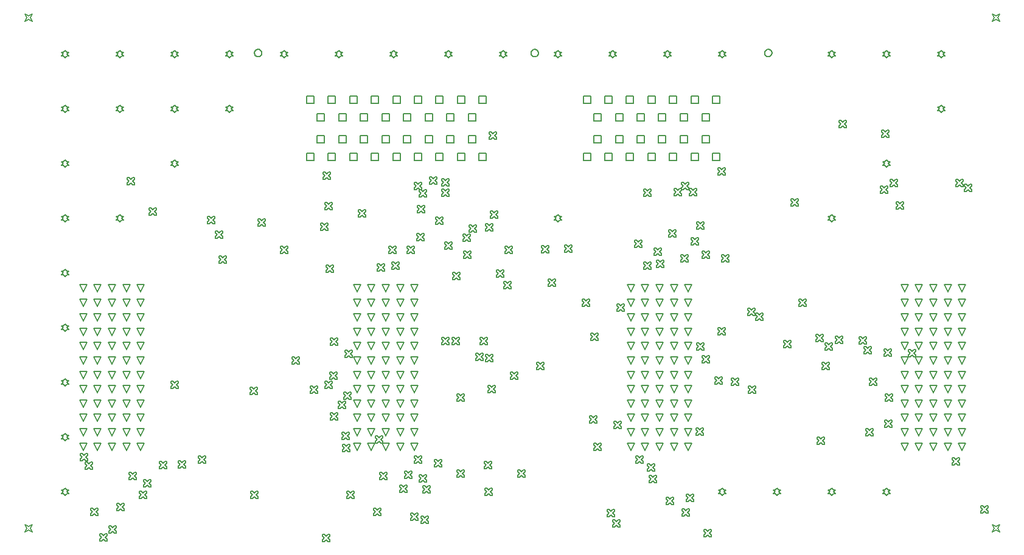
<source format=gbr>
%FSTAX23Y23*%
%MOIN*%
%SFA1B1*%

%IPPOS*%
%ADD11C,0.005000*%
%ADD33C,0.006670*%
%LNbackplane_drawing_1-1*%
%LPD*%
G54D11*
X03848Y0243D02*
Y0247D01*
X03888*
Y0243*
X03848*
X0373D02*
Y0247D01*
X0377*
Y0243*
X0373*
X03611D02*
Y0247D01*
X03651*
Y0243*
X03611*
X03493D02*
Y0247D01*
X03533*
Y0243*
X03493*
X03375D02*
Y0247D01*
X03415*
Y0243*
X03375*
X03257D02*
Y0247D01*
X03297*
Y0243*
X03257*
X03139D02*
Y0247D01*
X03179*
Y0243*
X03139*
X03789Y02331D02*
Y02371D01*
X03829*
Y02331*
X03789*
X0367D02*
Y02371D01*
X0371*
Y02331*
X0367*
X03552D02*
Y02371D01*
X03592*
Y02331*
X03552*
X03434D02*
Y02371D01*
X03474*
Y02331*
X03434*
X03316D02*
Y02371D01*
X03356*
Y02331*
X03316*
X03198D02*
Y02371D01*
X03238*
Y02331*
X03198*
X03789Y02213D02*
Y02253D01*
X03829*
Y02213*
X03789*
X0367D02*
Y02253D01*
X0371*
Y02213*
X0367*
X03552D02*
Y02253D01*
X03592*
Y02213*
X03552*
X03434D02*
Y02253D01*
X03474*
Y02213*
X03434*
X03316D02*
Y02253D01*
X03356*
Y02213*
X03316*
X03198D02*
Y02253D01*
X03238*
Y02213*
X03198*
X03848Y02115D02*
Y02155D01*
X03888*
Y02115*
X03848*
X0373D02*
Y02155D01*
X0377*
Y02115*
X0373*
X03611D02*
Y02155D01*
X03651*
Y02115*
X03611*
X03493D02*
Y02155D01*
X03533*
Y02115*
X03493*
X03375D02*
Y02155D01*
X03415*
Y02115*
X03375*
X03257D02*
Y02155D01*
X03297*
Y02115*
X03257*
X03139D02*
Y02155D01*
X03179*
Y02115*
X03139*
X02568Y0243D02*
Y0247D01*
X02608*
Y0243*
X02568*
X0245D02*
Y0247D01*
X0249*
Y0243*
X0245*
X02332D02*
Y0247D01*
X02372*
Y0243*
X02332*
X02214D02*
Y0247D01*
X02254*
Y0243*
X02214*
X02096D02*
Y0247D01*
X02136*
Y0243*
X02096*
X01978D02*
Y0247D01*
X02018*
Y0243*
X01978*
X01859D02*
Y0247D01*
X01899*
Y0243*
X01859*
X01741D02*
Y0247D01*
X01781*
Y0243*
X01741*
X01623D02*
Y0247D01*
X01663*
Y0243*
X01623*
X02509Y02331D02*
Y02371D01*
X02549*
Y02331*
X02509*
X02391D02*
Y02371D01*
X02431*
Y02331*
X02391*
X02273D02*
Y02371D01*
X02313*
Y02331*
X02273*
X02155D02*
Y02371D01*
X02195*
Y02331*
X02155*
X02037D02*
Y02371D01*
X02077*
Y02331*
X02037*
X01918D02*
Y02371D01*
X01958*
Y02331*
X01918*
X018D02*
Y02371D01*
X0184*
Y02331*
X018*
X01682D02*
Y02371D01*
X01722*
Y02331*
X01682*
X02509Y02213D02*
Y02253D01*
X02549*
Y02213*
X02509*
X02391D02*
Y02253D01*
X02431*
Y02213*
X02391*
X02273D02*
Y02253D01*
X02313*
Y02213*
X02273*
X02155D02*
Y02253D01*
X02195*
Y02213*
X02155*
X02037D02*
Y02253D01*
X02077*
Y02213*
X02037*
X01918D02*
Y02253D01*
X01958*
Y02213*
X01918*
X018D02*
Y02253D01*
X0184*
Y02213*
X018*
X01682D02*
Y02253D01*
X01722*
Y02213*
X01682*
X02568Y02115D02*
Y02155D01*
X02608*
Y02115*
X02568*
X0245D02*
Y02155D01*
X0249*
Y02115*
X0245*
X02332D02*
Y02155D01*
X02372*
Y02115*
X02332*
X02214D02*
Y02155D01*
X02254*
Y02115*
X02214*
X02096D02*
Y02155D01*
X02136*
Y02115*
X02096*
X01978D02*
Y02155D01*
X02018*
Y02115*
X01978*
X01859D02*
Y02155D01*
X01899*
Y02115*
X01859*
X01741D02*
Y02155D01*
X01781*
Y02115*
X01741*
X01623D02*
Y02155D01*
X01663*
Y02115*
X01623*
X0008Y0288D02*
X0009Y029D01*
X0008Y0292*
X001Y0291*
X0012Y0292*
X0011Y029*
X0012Y0288*
X001Y0289*
X0008Y0288*
X0538Y0008D02*
X0539Y001D01*
X0538Y0012*
X054Y0011*
X0542Y0012*
X0541Y001*
X0542Y0008*
X054Y0009*
X0538Y0008*
Y0288D02*
X0539Y029D01*
X0538Y0292*
X054Y0291*
X0542Y0292*
X0541Y029*
X0542Y0288*
X054Y0289*
X0538Y0288*
X0008Y0008D02*
X0009Y001D01*
X0008Y0012*
X001Y0011*
X0012Y0012*
X0011Y001*
X0012Y0008*
X001Y0009*
X0008Y0008*
X00557Y00525D02*
X00537Y00565D01*
X00577*
X00557Y00525*
Y00605D02*
X00537Y00645D01*
X00577*
X00557Y00605*
Y00684D02*
X00537Y00724D01*
X00577*
X00557Y00684*
Y00762D02*
X00537Y00802D01*
X00577*
X00557Y00762*
Y00842D02*
X00537Y00882D01*
X00577*
X00557Y00842*
Y0092D02*
X00537Y0096D01*
X00577*
X00557Y0092*
Y01D02*
X00537Y0104D01*
X00577*
X00557Y01*
Y01079D02*
X00537Y01119D01*
X00577*
X00557Y01079*
Y01157D02*
X00537Y01197D01*
X00577*
X00557Y01157*
Y01237D02*
X00537Y01277D01*
X00577*
X00557Y01237*
Y01315D02*
X00537Y01355D01*
X00577*
X00557Y01315*
X00478Y00525D02*
X00458Y00565D01*
X00498*
X00478Y00525*
Y00605D02*
X00458Y00645D01*
X00498*
X00478Y00605*
Y00684D02*
X00458Y00724D01*
X00498*
X00478Y00684*
Y00762D02*
X00458Y00802D01*
X00498*
X00478Y00762*
Y00842D02*
X00458Y00882D01*
X00498*
X00478Y00842*
Y0092D02*
X00458Y0096D01*
X00498*
X00478Y0092*
Y01D02*
X00458Y0104D01*
X00498*
X00478Y01*
Y01079D02*
X00458Y01119D01*
X00498*
X00478Y01079*
Y01157D02*
X00458Y01197D01*
X00498*
X00478Y01157*
Y01237D02*
X00458Y01277D01*
X00498*
X00478Y01237*
Y01315D02*
X00458Y01355D01*
X00498*
X00478Y01315*
Y01395D02*
X00458Y01435D01*
X00498*
X00478Y01395*
X004Y00525D02*
X0038Y00565D01*
X0042*
X004Y00525*
Y00605D02*
X0038Y00645D01*
X0042*
X004Y00605*
Y00684D02*
X0038Y00724D01*
X0042*
X004Y00684*
Y00762D02*
X0038Y00802D01*
X0042*
X004Y00762*
Y00842D02*
X0038Y00882D01*
X0042*
X004Y00842*
Y0092D02*
X0038Y0096D01*
X0042*
X004Y0092*
Y01D02*
X0038Y0104D01*
X0042*
X004Y01*
Y01079D02*
X0038Y01119D01*
X0042*
X004Y01079*
Y01157D02*
X0038Y01197D01*
X0042*
X004Y01157*
Y01237D02*
X0038Y01277D01*
X0042*
X004Y01237*
Y01315D02*
X0038Y01355D01*
X0042*
X004Y01315*
Y01395D02*
X0038Y01435D01*
X0042*
X004Y01395*
X00557D02*
X00537Y01435D01*
X00577*
X00557Y01395*
X00636D02*
X00616Y01435D01*
X00656*
X00636Y01395*
Y0092D02*
X00616Y0096D01*
X00656*
X00636Y0092*
Y00842D02*
X00616Y00882D01*
X00656*
X00636Y00842*
Y00762D02*
X00616Y00802D01*
X00656*
X00636Y00762*
Y00684D02*
X00616Y00724D01*
X00656*
X00636Y00684*
Y00605D02*
X00616Y00645D01*
X00656*
X00636Y00605*
Y00525D02*
X00616Y00565D01*
X00656*
X00636Y00525*
Y01D02*
X00616Y0104D01*
X00656*
X00636Y01*
Y01079D02*
X00616Y01119D01*
X00656*
X00636Y01079*
Y01157D02*
X00616Y01197D01*
X00656*
X00636Y01157*
Y01237D02*
X00616Y01277D01*
X00656*
X00636Y01237*
Y01315D02*
X00616Y01355D01*
X00656*
X00636Y01315*
X00714Y01395D02*
X00694Y01435D01*
X00734*
X00714Y01395*
Y0092D02*
X00694Y0096D01*
X00734*
X00714Y0092*
Y00842D02*
X00694Y00882D01*
X00734*
X00714Y00842*
Y00762D02*
X00694Y00802D01*
X00734*
X00714Y00762*
Y00684D02*
X00694Y00724D01*
X00734*
X00714Y00684*
Y00605D02*
X00694Y00645D01*
X00734*
X00714Y00605*
Y00525D02*
X00694Y00565D01*
X00734*
X00714Y00525*
Y01D02*
X00694Y0104D01*
X00734*
X00714Y01*
Y01079D02*
X00694Y01119D01*
X00734*
X00714Y01079*
Y01157D02*
X00694Y01197D01*
X00734*
X00714Y01157*
Y01237D02*
X00694Y01277D01*
X00734*
X00714Y01237*
Y01315D02*
X00694Y01355D01*
X00734*
X00714Y01315*
X049Y01395D02*
X0488Y01435D01*
X0492*
X049Y01395*
Y01315D02*
X0488Y01355D01*
X0492*
X049Y01315*
Y01237D02*
X0488Y01277D01*
X0492*
X049Y01237*
Y01157D02*
X0488Y01197D01*
X0492*
X049Y01157*
Y01079D02*
X0488Y01119D01*
X0492*
X049Y01079*
Y01D02*
X0488Y0104D01*
X0492*
X049Y01*
Y0092D02*
X0488Y0096D01*
X0492*
X049Y0092*
Y00842D02*
X0488Y00882D01*
X0492*
X049Y00842*
Y00762D02*
X0488Y00802D01*
X0492*
X049Y00762*
Y00684D02*
X0488Y00724D01*
X0492*
X049Y00684*
X04978Y01395D02*
X04958Y01435D01*
X04998*
X04978Y01395*
Y01315D02*
X04958Y01355D01*
X04998*
X04978Y01315*
Y01237D02*
X04958Y01277D01*
X04998*
X04978Y01237*
Y01157D02*
X04958Y01197D01*
X04998*
X04978Y01157*
Y01079D02*
X04958Y01119D01*
X04998*
X04978Y01079*
Y01D02*
X04958Y0104D01*
X04998*
X04978Y01*
Y0092D02*
X04958Y0096D01*
X04998*
X04978Y0092*
Y00842D02*
X04958Y00882D01*
X04998*
X04978Y00842*
Y00762D02*
X04958Y00802D01*
X04998*
X04978Y00762*
Y00684D02*
X04958Y00724D01*
X04998*
X04978Y00684*
X05057Y01395D02*
X05037Y01435D01*
X05077*
X05057Y01395*
Y01315D02*
X05037Y01355D01*
X05077*
X05057Y01315*
Y01237D02*
X05037Y01277D01*
X05077*
X05057Y01237*
Y01157D02*
X05037Y01197D01*
X05077*
X05057Y01157*
Y01079D02*
X05037Y01119D01*
X05077*
X05057Y01079*
Y01D02*
X05037Y0104D01*
X05077*
X05057Y01*
Y0092D02*
X05037Y0096D01*
X05077*
X05057Y0092*
Y00842D02*
X05037Y00882D01*
X05077*
X05057Y00842*
Y00762D02*
X05037Y00802D01*
X05077*
X05057Y00762*
Y00684D02*
X05037Y00724D01*
X05077*
X05057Y00684*
Y00605D02*
X05037Y00645D01*
X05077*
X05057Y00605*
X05136Y01395D02*
X05116Y01435D01*
X05156*
X05136Y01395*
Y01315D02*
X05116Y01355D01*
X05156*
X05136Y01315*
Y01237D02*
X05116Y01277D01*
X05156*
X05136Y01237*
Y01157D02*
X05116Y01197D01*
X05156*
X05136Y01157*
Y01079D02*
X05116Y01119D01*
X05156*
X05136Y01079*
Y01D02*
X05116Y0104D01*
X05156*
X05136Y01*
Y00684D02*
X05116Y00724D01*
X05156*
X05136Y00684*
Y00605D02*
X05116Y00645D01*
X05156*
X05136Y00605*
Y00525D02*
X05116Y00565D01*
X05156*
X05136Y00525*
X05214Y01395D02*
X05194Y01435D01*
X05234*
X05214Y01395*
Y01315D02*
X05194Y01355D01*
X05234*
X05214Y01315*
Y01237D02*
X05194Y01277D01*
X05234*
X05214Y01237*
Y01157D02*
X05194Y01197D01*
X05234*
X05214Y01157*
Y01079D02*
X05194Y01119D01*
X05234*
X05214Y01079*
Y01D02*
X05194Y0104D01*
X05234*
X05214Y01*
Y0092D02*
X05194Y0096D01*
X05234*
X05214Y0092*
Y00842D02*
X05194Y00882D01*
X05234*
X05214Y00842*
Y00525D02*
X05194Y00565D01*
X05234*
X05214Y00525*
Y00605D02*
X05194Y00645D01*
X05234*
X05214Y00605*
Y00684D02*
X05194Y00724D01*
X05234*
X05214Y00684*
Y00762D02*
X05194Y00802D01*
X05234*
X05214Y00762*
X05136D02*
X05116Y00802D01*
X05156*
X05136Y00762*
Y00842D02*
X05116Y00882D01*
X05156*
X05136Y00842*
Y0092D02*
X05116Y0096D01*
X05156*
X05136Y0092*
X05057Y00525D02*
X05037Y00565D01*
X05077*
X05057Y00525*
X04978D02*
X04958Y00565D01*
X04998*
X04978Y00525*
Y00605D02*
X04958Y00645D01*
X04998*
X04978Y00605*
X049Y00525D02*
X0488Y00565D01*
X0492*
X049Y00525*
Y00605D02*
X0488Y00645D01*
X0492*
X049Y00605*
X019D02*
X0188Y00645D01*
X0192*
X019Y00605*
Y00525D02*
X0188Y00565D01*
X0192*
X019Y00525*
X01978Y00605D02*
X01958Y00645D01*
X01998*
X01978Y00605*
Y00525D02*
X01958Y00565D01*
X01998*
X01978Y00525*
X02057D02*
X02037Y00565D01*
X02077*
X02057Y00525*
X02136Y0092D02*
X02116Y0096D01*
X02156*
X02136Y0092*
Y00842D02*
X02116Y00882D01*
X02156*
X02136Y00842*
Y00762D02*
X02116Y00802D01*
X02156*
X02136Y00762*
X02214D02*
X02194Y00802D01*
X02234*
X02214Y00762*
Y00684D02*
X02194Y00724D01*
X02234*
X02214Y00684*
Y00605D02*
X02194Y00645D01*
X02234*
X02214Y00605*
Y00525D02*
X02194Y00565D01*
X02234*
X02214Y00525*
Y00842D02*
X02194Y00882D01*
X02234*
X02214Y00842*
Y0092D02*
X02194Y0096D01*
X02234*
X02214Y0092*
Y01D02*
X02194Y0104D01*
X02234*
X02214Y01*
Y01079D02*
X02194Y01119D01*
X02234*
X02214Y01079*
Y01157D02*
X02194Y01197D01*
X02234*
X02214Y01157*
Y01237D02*
X02194Y01277D01*
X02234*
X02214Y01237*
Y01315D02*
X02194Y01355D01*
X02234*
X02214Y01315*
Y01395D02*
X02194Y01435D01*
X02234*
X02214Y01395*
X02136Y00525D02*
X02116Y00565D01*
X02156*
X02136Y00525*
Y00605D02*
X02116Y00645D01*
X02156*
X02136Y00605*
Y00684D02*
X02116Y00724D01*
X02156*
X02136Y00684*
Y01D02*
X02116Y0104D01*
X02156*
X02136Y01*
Y01079D02*
X02116Y01119D01*
X02156*
X02136Y01079*
Y01157D02*
X02116Y01197D01*
X02156*
X02136Y01157*
Y01237D02*
X02116Y01277D01*
X02156*
X02136Y01237*
Y01315D02*
X02116Y01355D01*
X02156*
X02136Y01315*
Y01395D02*
X02116Y01435D01*
X02156*
X02136Y01395*
X02057Y00605D02*
X02037Y00645D01*
X02077*
X02057Y00605*
Y00684D02*
X02037Y00724D01*
X02077*
X02057Y00684*
Y00762D02*
X02037Y00802D01*
X02077*
X02057Y00762*
Y00842D02*
X02037Y00882D01*
X02077*
X02057Y00842*
Y0092D02*
X02037Y0096D01*
X02077*
X02057Y0092*
Y01D02*
X02037Y0104D01*
X02077*
X02057Y01*
Y01079D02*
X02037Y01119D01*
X02077*
X02057Y01079*
Y01157D02*
X02037Y01197D01*
X02077*
X02057Y01157*
Y01237D02*
X02037Y01277D01*
X02077*
X02057Y01237*
Y01315D02*
X02037Y01355D01*
X02077*
X02057Y01315*
Y01395D02*
X02037Y01435D01*
X02077*
X02057Y01395*
X01978Y00684D02*
X01958Y00724D01*
X01998*
X01978Y00684*
Y00762D02*
X01958Y00802D01*
X01998*
X01978Y00762*
Y00842D02*
X01958Y00882D01*
X01998*
X01978Y00842*
Y0092D02*
X01958Y0096D01*
X01998*
X01978Y0092*
Y01D02*
X01958Y0104D01*
X01998*
X01978Y01*
Y01079D02*
X01958Y01119D01*
X01998*
X01978Y01079*
Y01157D02*
X01958Y01197D01*
X01998*
X01978Y01157*
Y01237D02*
X01958Y01277D01*
X01998*
X01978Y01237*
Y01315D02*
X01958Y01355D01*
X01998*
X01978Y01315*
Y01395D02*
X01958Y01435D01*
X01998*
X01978Y01395*
X019Y00684D02*
X0188Y00724D01*
X0192*
X019Y00684*
Y00762D02*
X0188Y00802D01*
X0192*
X019Y00762*
Y00842D02*
X0188Y00882D01*
X0192*
X019Y00842*
Y0092D02*
X0188Y0096D01*
X0192*
X019Y0092*
Y01D02*
X0188Y0104D01*
X0192*
X019Y01*
Y01079D02*
X0188Y01119D01*
X0192*
X019Y01079*
Y01157D02*
X0188Y01197D01*
X0192*
X019Y01157*
Y01237D02*
X0188Y01277D01*
X0192*
X019Y01237*
Y01315D02*
X0188Y01355D01*
X0192*
X019Y01315*
Y01395D02*
X0188Y01435D01*
X0192*
X019Y01395*
X034D02*
X0338Y01435D01*
X0342*
X034Y01395*
Y01315D02*
X0338Y01355D01*
X0342*
X034Y01315*
Y01237D02*
X0338Y01277D01*
X0342*
X034Y01237*
Y01157D02*
X0338Y01197D01*
X0342*
X034Y01157*
Y01079D02*
X0338Y01119D01*
X0342*
X034Y01079*
Y01D02*
X0338Y0104D01*
X0342*
X034Y01*
Y0092D02*
X0338Y0096D01*
X0342*
X034Y0092*
Y00842D02*
X0338Y00882D01*
X0342*
X034Y00842*
Y00762D02*
X0338Y00802D01*
X0342*
X034Y00762*
Y00684D02*
X0338Y00724D01*
X0342*
X034Y00684*
X03478Y01395D02*
X03458Y01435D01*
X03498*
X03478Y01395*
Y01315D02*
X03458Y01355D01*
X03498*
X03478Y01315*
Y01237D02*
X03458Y01277D01*
X03498*
X03478Y01237*
Y01157D02*
X03458Y01197D01*
X03498*
X03478Y01157*
Y01079D02*
X03458Y01119D01*
X03498*
X03478Y01079*
Y01D02*
X03458Y0104D01*
X03498*
X03478Y01*
Y0092D02*
X03458Y0096D01*
X03498*
X03478Y0092*
Y00842D02*
X03458Y00882D01*
X03498*
X03478Y00842*
Y00762D02*
X03458Y00802D01*
X03498*
X03478Y00762*
Y00684D02*
X03458Y00724D01*
X03498*
X03478Y00684*
X03557Y01395D02*
X03537Y01435D01*
X03577*
X03557Y01395*
Y01315D02*
X03537Y01355D01*
X03577*
X03557Y01315*
Y01237D02*
X03537Y01277D01*
X03577*
X03557Y01237*
Y01157D02*
X03537Y01197D01*
X03577*
X03557Y01157*
Y01079D02*
X03537Y01119D01*
X03577*
X03557Y01079*
Y01D02*
X03537Y0104D01*
X03577*
X03557Y01*
Y0092D02*
X03537Y0096D01*
X03577*
X03557Y0092*
Y00842D02*
X03537Y00882D01*
X03577*
X03557Y00842*
Y00762D02*
X03537Y00802D01*
X03577*
X03557Y00762*
Y00684D02*
X03537Y00724D01*
X03577*
X03557Y00684*
Y00605D02*
X03537Y00645D01*
X03577*
X03557Y00605*
X03636Y01395D02*
X03616Y01435D01*
X03656*
X03636Y01395*
Y01315D02*
X03616Y01355D01*
X03656*
X03636Y01315*
Y01237D02*
X03616Y01277D01*
X03656*
X03636Y01237*
Y01157D02*
X03616Y01197D01*
X03656*
X03636Y01157*
Y01079D02*
X03616Y01119D01*
X03656*
X03636Y01079*
Y01D02*
X03616Y0104D01*
X03656*
X03636Y01*
Y00684D02*
X03616Y00724D01*
X03656*
X03636Y00684*
Y00605D02*
X03616Y00645D01*
X03656*
X03636Y00605*
Y00525D02*
X03616Y00565D01*
X03656*
X03636Y00525*
X03714Y01395D02*
X03694Y01435D01*
X03734*
X03714Y01395*
Y01315D02*
X03694Y01355D01*
X03734*
X03714Y01315*
Y01237D02*
X03694Y01277D01*
X03734*
X03714Y01237*
Y01157D02*
X03694Y01197D01*
X03734*
X03714Y01157*
Y01079D02*
X03694Y01119D01*
X03734*
X03714Y01079*
Y01D02*
X03694Y0104D01*
X03734*
X03714Y01*
Y0092D02*
X03694Y0096D01*
X03734*
X03714Y0092*
Y00842D02*
X03694Y00882D01*
X03734*
X03714Y00842*
Y00525D02*
X03694Y00565D01*
X03734*
X03714Y00525*
Y00605D02*
X03694Y00645D01*
X03734*
X03714Y00605*
Y00684D02*
X03694Y00724D01*
X03734*
X03714Y00684*
Y00762D02*
X03694Y00802D01*
X03734*
X03714Y00762*
X03636D02*
X03616Y00802D01*
X03656*
X03636Y00762*
Y00842D02*
X03616Y00882D01*
X03656*
X03636Y00842*
Y0092D02*
X03616Y0096D01*
X03656*
X03636Y0092*
X03557Y00525D02*
X03537Y00565D01*
X03577*
X03557Y00525*
X03478D02*
X03458Y00565D01*
X03498*
X03478Y00525*
Y00605D02*
X03458Y00645D01*
X03498*
X03478Y00605*
X034Y00525D02*
X0338Y00565D01*
X0342*
X034Y00525*
Y00605D02*
X0338Y00645D01*
X0342*
X034Y00605*
X051Y0268D02*
X0511Y0269D01*
X0512*
X0511Y027*
X0512Y0271*
X0511*
X051Y0272*
X0509Y0271*
X0508*
X0509Y027*
X0508Y0269*
X0509*
X051Y0268*
Y0238D02*
X0511Y0239D01*
X0512*
X0511Y024*
X0512Y0241*
X0511*
X051Y0242*
X0509Y0241*
X0508*
X0509Y024*
X0508Y0239*
X0509*
X051Y0238*
X048Y0268D02*
X0481Y0269D01*
X0482*
X0481Y027*
X0482Y0271*
X0481*
X048Y0272*
X0479Y0271*
X0478*
X0479Y027*
X0478Y0269*
X0479*
X048Y0268*
Y0208D02*
X0481Y0209D01*
X0482*
X0481Y021*
X0482Y0211*
X0481*
X048Y0212*
X0479Y0211*
X0478*
X0479Y021*
X0478Y0209*
X0479*
X048Y0208*
Y0028D02*
X0481Y0029D01*
X0482*
X0481Y003*
X0482Y0031*
X0481*
X048Y0032*
X0479Y0031*
X0478*
X0479Y003*
X0478Y0029*
X0479*
X048Y0028*
X045Y0268D02*
X0451Y0269D01*
X0452*
X0451Y027*
X0452Y0271*
X0451*
X045Y0272*
X0449Y0271*
X0448*
X0449Y027*
X0448Y0269*
X0449*
X045Y0268*
Y0178D02*
X0451Y0179D01*
X0452*
X0451Y018*
X0452Y0181*
X0451*
X045Y0182*
X0449Y0181*
X0448*
X0449Y018*
X0448Y0179*
X0449*
X045Y0178*
Y0028D02*
X0451Y0029D01*
X0452*
X0451Y003*
X0452Y0031*
X0451*
X045Y0032*
X0449Y0031*
X0448*
X0449Y003*
X0448Y0029*
X0449*
X045Y0028*
X042D02*
X0421Y0029D01*
X0422*
X0421Y003*
X0422Y0031*
X0421*
X042Y0032*
X0419Y0031*
X0418*
X0419Y003*
X0418Y0029*
X0419*
X042Y0028*
X039Y0268D02*
X0391Y0269D01*
X0392*
X0391Y027*
X0392Y0271*
X0391*
X039Y0272*
X0389Y0271*
X0388*
X0389Y027*
X0388Y0269*
X0389*
X039Y0268*
Y0028D02*
X0391Y0029D01*
X0392*
X0391Y003*
X0392Y0031*
X0391*
X039Y0032*
X0389Y0031*
X0388*
X0389Y003*
X0388Y0029*
X0389*
X039Y0028*
X036Y0268D02*
X0361Y0269D01*
X0362*
X0361Y027*
X0362Y0271*
X0361*
X036Y0272*
X0359Y0271*
X0358*
X0359Y027*
X0358Y0269*
X0359*
X036Y0268*
X033D02*
X0331Y0269D01*
X0332*
X0331Y027*
X0332Y0271*
X0331*
X033Y0272*
X0329Y0271*
X0328*
X0329Y027*
X0328Y0269*
X0329*
X033Y0268*
X03D02*
X0301Y0269D01*
X0302*
X0301Y027*
X0302Y0271*
X0301*
X03Y0272*
X0299Y0271*
X0298*
X0299Y027*
X0298Y0269*
X0299*
X03Y0268*
Y0178D02*
X0301Y0179D01*
X0302*
X0301Y018*
X0302Y0181*
X0301*
X03Y0182*
X0299Y0181*
X0298*
X0299Y018*
X0298Y0179*
X0299*
X03Y0178*
X027Y0268D02*
X0271Y0269D01*
X0272*
X0271Y027*
X0272Y0271*
X0271*
X027Y0272*
X0269Y0271*
X0268*
X0269Y027*
X0268Y0269*
X0269*
X027Y0268*
X024D02*
X0241Y0269D01*
X0242*
X0241Y027*
X0242Y0271*
X0241*
X024Y0272*
X0239Y0271*
X0238*
X0239Y027*
X0238Y0269*
X0239*
X024Y0268*
X021D02*
X0211Y0269D01*
X0212*
X0211Y027*
X0212Y0271*
X0211*
X021Y0272*
X0209Y0271*
X0208*
X0209Y027*
X0208Y0269*
X0209*
X021Y0268*
X018D02*
X0181Y0269D01*
X0182*
X0181Y027*
X0182Y0271*
X0181*
X018Y0272*
X0179Y0271*
X0178*
X0179Y027*
X0178Y0269*
X0179*
X018Y0268*
X015D02*
X0151Y0269D01*
X0152*
X0151Y027*
X0152Y0271*
X0151*
X015Y0272*
X0149Y0271*
X0148*
X0149Y027*
X0148Y0269*
X0149*
X015Y0268*
X012D02*
X0121Y0269D01*
X0122*
X0121Y027*
X0122Y0271*
X0121*
X012Y0272*
X0119Y0271*
X0118*
X0119Y027*
X0118Y0269*
X0119*
X012Y0268*
Y0238D02*
X0121Y0239D01*
X0122*
X0121Y024*
X0122Y0241*
X0121*
X012Y0242*
X0119Y0241*
X0118*
X0119Y024*
X0118Y0239*
X0119*
X012Y0238*
X009Y0268D02*
X0091Y0269D01*
X0092*
X0091Y027*
X0092Y0271*
X0091*
X009Y0272*
X0089Y0271*
X0088*
X0089Y027*
X0088Y0269*
X0089*
X009Y0268*
Y0238D02*
X0091Y0239D01*
X0092*
X0091Y024*
X0092Y0241*
X0091*
X009Y0242*
X0089Y0241*
X0088*
X0089Y024*
X0088Y0239*
X0089*
X009Y0238*
Y0208D02*
X0091Y0209D01*
X0092*
X0091Y021*
X0092Y0211*
X0091*
X009Y0212*
X0089Y0211*
X0088*
X0089Y021*
X0088Y0209*
X0089*
X009Y0208*
X006Y0268D02*
X0061Y0269D01*
X0062*
X0061Y027*
X0062Y0271*
X0061*
X006Y0272*
X0059Y0271*
X0058*
X0059Y027*
X0058Y0269*
X0059*
X006Y0268*
Y0238D02*
X0061Y0239D01*
X0062*
X0061Y024*
X0062Y0241*
X0061*
X006Y0242*
X0059Y0241*
X0058*
X0059Y024*
X0058Y0239*
X0059*
X006Y0238*
Y0178D02*
X0061Y0179D01*
X0062*
X0061Y018*
X0062Y0181*
X0061*
X006Y0182*
X0059Y0181*
X0058*
X0059Y018*
X0058Y0179*
X0059*
X006Y0178*
X003Y0268D02*
X0031Y0269D01*
X0032*
X0031Y027*
X0032Y0271*
X0031*
X003Y0272*
X0029Y0271*
X0028*
X0029Y027*
X0028Y0269*
X0029*
X003Y0268*
Y0238D02*
X0031Y0239D01*
X0032*
X0031Y024*
X0032Y0241*
X0031*
X003Y0242*
X0029Y0241*
X0028*
X0029Y024*
X0028Y0239*
X0029*
X003Y0238*
Y0208D02*
X0031Y0209D01*
X0032*
X0031Y021*
X0032Y0211*
X0031*
X003Y0212*
X0029Y0211*
X0028*
X0029Y021*
X0028Y0209*
X0029*
X003Y0208*
Y0178D02*
X0031Y0179D01*
X0032*
X0031Y018*
X0032Y0181*
X0031*
X003Y0182*
X0029Y0181*
X0028*
X0029Y018*
X0028Y0179*
X0029*
X003Y0178*
Y0148D02*
X0031Y0149D01*
X0032*
X0031Y015*
X0032Y0151*
X0031*
X003Y0152*
X0029Y0151*
X0028*
X0029Y015*
X0028Y0149*
X0029*
X003Y0148*
Y0118D02*
X0031Y0119D01*
X0032*
X0031Y012*
X0032Y0121*
X0031*
X003Y0122*
X0029Y0121*
X0028*
X0029Y012*
X0028Y0119*
X0029*
X003Y0118*
Y0088D02*
X0031Y0089D01*
X0032*
X0031Y009*
X0032Y0091*
X0031*
X003Y0092*
X0029Y0091*
X0028*
X0029Y009*
X0028Y0089*
X0029*
X003Y0088*
Y0058D02*
X0031Y0059D01*
X0032*
X0031Y006*
X0032Y0061*
X0031*
X003Y0062*
X0029Y0061*
X0028*
X0029Y006*
X0028Y0059*
X0029*
X003Y0058*
Y0028D02*
X0031Y0029D01*
X0032*
X0031Y003*
X0032Y0031*
X0031*
X003Y0032*
X0029Y0031*
X0028*
X0029Y003*
X0028Y0029*
X0029*
X003Y0028*
X00642Y01983D02*
X00652D01*
X00662Y01993*
X00672Y01983*
X00682*
Y01993*
X00672Y02003*
X00682Y02013*
Y02023*
X00672*
X00662Y02013*
X00652Y02023*
X00642*
Y02013*
X00652Y02003*
X00642Y01993*
Y01983*
X0492Y0104D02*
X0493D01*
X0494Y0105*
X0495Y0104*
X0496*
Y0105*
X0495Y0106*
X0496Y0107*
Y0108*
X0495*
X0494Y0107*
X0493Y0108*
X0492*
Y0107*
X0493Y0106*
X0492Y0105*
Y0104*
X03325Y0129D02*
X03335D01*
X03345Y013*
X03355Y0129*
X03365*
Y013*
X03355Y0131*
X03365Y0132*
Y0133*
X03355*
X03345Y0132*
X03335Y0133*
X03325*
Y0132*
X03335Y0131*
X03325Y013*
Y0129*
X01835Y01035D02*
X01845D01*
X01855Y01045*
X01865Y01035*
X01875*
Y01045*
X01865Y01055*
X01875Y01065*
Y01075*
X01865*
X01855Y01065*
X01845Y01075*
X01835*
Y01065*
X01845Y01055*
X01835Y01045*
Y01035*
X02Y00565D02*
X0201D01*
X0202Y00575*
X0203Y00565*
X0204*
Y00575*
X0203Y00585*
X0204Y00595*
Y00605*
X0203*
X0202Y00595*
X0201Y00605*
X02*
Y00595*
X0201Y00585*
X02Y00575*
Y00565*
X026Y0028D02*
X0261D01*
X0262Y0029*
X0263Y0028*
X0264*
Y0029*
X0263Y003*
X0264Y0031*
Y0032*
X0263*
X0262Y0031*
X0261Y0032*
X026*
Y0031*
X0261Y003*
X026Y0029*
Y0028*
X0182Y0052D02*
X0183D01*
X0184Y0053*
X0185Y0052*
X0186*
Y0053*
X0185Y0054*
X0186Y0055*
Y0056*
X0185*
X0184Y0055*
X0183Y0056*
X0182*
Y0055*
X0183Y0054*
X0182Y0053*
Y0052*
X02332Y01764D02*
X02342D01*
X02352Y01774*
X02362Y01764*
X02372*
Y01774*
X02362Y01784*
X02372Y01794*
Y01804*
X02362*
X02352Y01794*
X02342Y01804*
X02332*
Y01794*
X02342Y01784*
X02332Y01774*
Y01764*
X0223Y0183D02*
X0224D01*
X0225Y0184*
X0226Y0183*
X0227*
Y0184*
X0226Y0185*
X0227Y0186*
Y0187*
X0226*
X0225Y0186*
X0224Y0187*
X0223*
Y0186*
X0224Y0185*
X0223Y0184*
Y0183*
X0318Y0113D02*
X0319D01*
X032Y0114*
X0321Y0113*
X0322*
Y0114*
X0321Y0115*
X0322Y0116*
Y0117*
X0321*
X032Y0116*
X0319Y0117*
X0318*
Y0116*
X0319Y0115*
X0318Y0114*
Y0113*
X02616Y00842D02*
X02626D01*
X02636Y00852*
X02646Y00842*
X02656*
Y00852*
X02646Y00862*
X02656Y00872*
Y00882*
X02646*
X02636Y00872*
X02626Y00882*
X02616*
Y00872*
X02626Y00862*
X02616Y00852*
Y00842*
X0442Y00559D02*
X0443D01*
X0444Y00569*
X0445Y00559*
X0446*
Y00569*
X0445Y00579*
X0446Y00589*
Y00599*
X0445*
X0444Y00589*
X0443Y00599*
X0442*
Y00589*
X0443Y00579*
X0442Y00569*
Y00559*
X01754Y00692D02*
X01764D01*
X01774Y00702*
X01784Y00692*
X01794*
Y00702*
X01784Y00712*
X01794Y00722*
Y00732*
X01784*
X01774Y00722*
X01764Y00732*
X01754*
Y00722*
X01764Y00712*
X01754Y00702*
Y00692*
X02946Y01427D02*
X02956D01*
X02966Y01437*
X02976Y01427*
X02986*
Y01437*
X02976Y01447*
X02986Y01457*
Y01467*
X02976*
X02966Y01457*
X02956Y01467*
X02946*
Y01457*
X02956Y01447*
X02946Y01437*
Y01427*
X04789Y00651D02*
X04799D01*
X04809Y00661*
X04819Y00651*
X04829*
Y00661*
X04819Y00671*
X04829Y00681*
Y00691*
X04819*
X04809Y00681*
X04799Y00691*
X04789*
Y00681*
X04799Y00671*
X04789Y00661*
Y00651*
X03758Y0061D02*
X03768D01*
X03778Y0062*
X03788Y0061*
X03798*
Y0062*
X03788Y0063*
X03798Y0064*
Y0065*
X03788*
X03778Y0064*
X03768Y0065*
X03758*
Y0064*
X03768Y0063*
X03758Y0062*
Y0061*
X03898Y01558D02*
X03908D01*
X03918Y01568*
X03928Y01558*
X03938*
Y01568*
X03928Y01578*
X03938Y01588*
Y01598*
X03928*
X03918Y01588*
X03908Y01598*
X03898*
Y01588*
X03908Y01578*
X03898Y01568*
Y01558*
X0291Y01608D02*
X0292D01*
X0293Y01618*
X0294Y01608*
X0295*
Y01618*
X0294Y01628*
X0295Y01638*
Y01648*
X0294*
X0293Y01638*
X0292Y01648*
X0291*
Y01638*
X0292Y01628*
X0291Y01618*
Y01608*
X02885Y00968D02*
X02895D01*
X02905Y00978*
X02915Y00968*
X02925*
Y00978*
X02915Y00988*
X02925Y00998*
Y01008*
X02915*
X02905Y00998*
X02895Y01008*
X02885*
Y00998*
X02895Y00988*
X02885Y00978*
Y00968*
X03721Y01921D02*
X03731D01*
X03741Y01931*
X03751Y01921*
X03761*
Y01931*
X03751Y01941*
X03761Y01951*
Y01961*
X03751*
X03741Y01951*
X03731Y01961*
X03721*
Y01951*
X03731Y01941*
X03721Y01931*
Y01921*
X03637Y01922D02*
X03647D01*
X03657Y01932*
X03667Y01922*
X03677*
Y01932*
X03667Y01942*
X03677Y01952*
Y01962*
X03667*
X03657Y01952*
X03647Y01962*
X03637*
Y01952*
X03647Y01942*
X03637Y01932*
Y01922*
X01798Y00756D02*
X01808D01*
X01818Y00766*
X01828Y00756*
X01838*
Y00766*
X01828Y00776*
X01838Y00786*
Y00796*
X01828*
X01818Y00786*
X01808Y00796*
X01798*
Y00786*
X01808Y00776*
X01798Y00766*
Y00756*
X02665Y01474D02*
X02675D01*
X02685Y01484*
X02695Y01474*
X02705*
Y01484*
X02695Y01494*
X02705Y01504*
Y01514*
X02695*
X02685Y01504*
X02675Y01514*
X02665*
Y01504*
X02675Y01494*
X02665Y01484*
Y01474*
X01729Y01501D02*
X01739D01*
X01749Y01511*
X01759Y01501*
X01769*
Y01511*
X01759Y01521*
X01769Y01531*
Y01541*
X01759*
X01749Y01531*
X01739Y01541*
X01729*
Y01531*
X01739Y01521*
X01729Y01511*
Y01501*
X01645Y00839D02*
X01655D01*
X01665Y00849*
X01675Y00839*
X01685*
Y00849*
X01675Y00859*
X01685Y00869*
Y00879*
X01675*
X01665Y00869*
X01655Y00879*
X01645*
Y00869*
X01655Y00859*
X01645Y00849*
Y00839*
X05316Y00183D02*
X05326D01*
X05336Y00193*
X05346Y00183*
X05356*
Y00193*
X05346Y00203*
X05356Y00213*
Y00223*
X05346*
X05336Y00213*
X05326Y00223*
X05316*
Y00213*
X05326Y00203*
X05316Y00193*
Y00183*
X04821Y01973D02*
X04831D01*
X04841Y01983*
X04851Y01973*
X04861*
Y01983*
X04851Y01993*
X04861Y02003*
Y02013*
X04851*
X04841Y02003*
X04831Y02013*
X04821*
Y02003*
X04831Y01993*
X04821Y01983*
Y01973*
X01754Y01103D02*
X01764D01*
X01774Y01113*
X01784Y01103*
X01794*
Y01113*
X01784Y01123*
X01794Y01133*
Y01143*
X01784*
X01774Y01133*
X01764Y01143*
X01754*
Y01133*
X01764Y01123*
X01754Y01113*
Y01103*
X0076Y01816D02*
X0077D01*
X0078Y01826*
X0079Y01816*
X008*
Y01826*
X0079Y01836*
X008Y01846*
Y01856*
X0079*
X0078Y01846*
X0077Y01856*
X0076*
Y01846*
X0077Y01836*
X0076Y01826*
Y01816*
X02134Y00294D02*
X02144D01*
X02154Y00304*
X02164Y00294*
X02174*
Y00304*
X02164Y00314*
X02174Y00324*
Y00334*
X02164*
X02154Y00324*
X02144Y00334*
X02134*
Y00324*
X02144Y00314*
X02134Y00304*
Y00294*
X01031Y00455D02*
X01041D01*
X01051Y00465*
X01061Y00455*
X01071*
Y00465*
X01061Y00475*
X01071Y00485*
Y00495*
X01061*
X01051Y00485*
X01041Y00495*
X01031*
Y00485*
X01041Y00475*
X01031Y00465*
Y00455*
X0199Y00168D02*
X02D01*
X0201Y00178*
X0202Y00168*
X0203*
Y00178*
X0202Y00188*
X0203Y00198*
Y00208*
X0202*
X0201Y00198*
X02Y00208*
X0199*
Y00198*
X02Y00188*
X0199Y00178*
Y00168*
X00412Y00421D02*
X00422D01*
X00432Y00431*
X00442Y00421*
X00452*
Y00431*
X00442Y00441*
X00452Y00451*
Y00461*
X00442*
X00432Y00451*
X00422Y00461*
X00412*
Y00451*
X00422Y00441*
X00412Y00431*
Y00421*
X04708Y00881D02*
X04718D01*
X04728Y00891*
X04738Y00881*
X04748*
Y00891*
X04738Y00901*
X04748Y00911*
Y00921*
X04738*
X04728Y00911*
X04718Y00921*
X04708*
Y00911*
X04718Y00901*
X04708Y00891*
Y00881*
X03542Y0153D02*
X03552D01*
X03562Y0154*
X03572Y0153*
X03582*
Y0154*
X03572Y0155*
X03582Y0156*
Y0157*
X03572*
X03562Y0156*
X03552Y0157*
X03542*
Y0156*
X03552Y0155*
X03542Y0154*
Y0153*
X01124Y01688D02*
X01134D01*
X01144Y01698*
X01154Y01688*
X01164*
Y01698*
X01154Y01708*
X01164Y01718*
Y01728*
X01154*
X01144Y01718*
X01134Y01728*
X01124*
Y01718*
X01134Y01708*
X01124Y01698*
Y01688*
X02228Y01674D02*
X02238D01*
X02248Y01684*
X02258Y01674*
X02268*
Y01684*
X02258Y01694*
X02268Y01704*
Y01714*
X02258*
X02248Y01704*
X02238Y01714*
X02228*
Y01704*
X02238Y01694*
X02228Y01684*
Y01674*
X0263Y01799D02*
X0264D01*
X0265Y01809*
X0266Y01799*
X0267*
Y01809*
X0266Y01819*
X0267Y01829*
Y01839*
X0266*
X0265Y01829*
X0264Y01839*
X0263*
Y01829*
X0264Y01819*
X0263Y01809*
Y01799*
X02447Y00796D02*
X02457D01*
X02467Y00806*
X02477Y00796*
X02487*
Y00806*
X02477Y00816*
X02487Y00826*
Y00836*
X02477*
X02467Y00826*
X02457Y00836*
X02447*
Y00826*
X02457Y00816*
X02447Y00806*
Y00796*
X03174Y00676D02*
X03184D01*
X03194Y00686*
X03204Y00676*
X03214*
Y00686*
X03204Y00696*
X03214Y00706*
Y00716*
X03204*
X03194Y00706*
X03184Y00716*
X03174*
Y00706*
X03184Y00696*
X03174Y00686*
Y00676*
X01845Y00262D02*
X01855D01*
X01865Y00272*
X01875Y00262*
X01885*
Y00272*
X01875Y00282*
X01885Y00292*
Y00302*
X01875*
X01865Y00292*
X01855Y00302*
X01845*
Y00292*
X01855Y00282*
X01845Y00272*
Y00262*
X00708D02*
X00718D01*
X00728Y00272*
X00738Y00262*
X00748*
Y00272*
X00738Y00282*
X00748Y00292*
Y00302*
X00738*
X00728Y00292*
X00718Y00302*
X00708*
Y00292*
X00718Y00282*
X00708Y00272*
Y00262*
X01318D02*
X01328D01*
X01338Y00272*
X01348Y00262*
X01358*
Y00272*
X01348Y00282*
X01358Y00292*
Y00302*
X01348*
X01338Y00292*
X01328Y00302*
X01318*
Y00292*
X01328Y00282*
X01318Y00272*
Y00262*
X02598Y00426D02*
X02608D01*
X02618Y00436*
X02628Y00426*
X02638*
Y00436*
X02628Y00446*
X02638Y00456*
Y00466*
X02628*
X02618Y00456*
X02608Y00466*
X02598*
Y00456*
X02608Y00446*
X02598Y00436*
Y00426*
X00921Y00428D02*
X00931D01*
X00941Y00438*
X00951Y00428*
X00961*
Y00438*
X00951Y00448*
X00961Y00458*
Y00468*
X00951*
X00941Y00458*
X00931Y00468*
X00921*
Y00458*
X00931Y00448*
X00921Y00438*
Y00428*
X03789Y01579D02*
X03799D01*
X03809Y01589*
X03819Y01579*
X03829*
Y01589*
X03819Y01599*
X03829Y01609*
Y01619*
X03819*
X03809Y01609*
X03799Y01619*
X03789*
Y01609*
X03799Y01599*
X03789Y01589*
Y01579*
X03036Y01611D02*
X03046D01*
X03056Y01621*
X03066Y01611*
X03076*
Y01621*
X03066Y01631*
X03076Y01641*
Y01651*
X03066*
X03056Y01641*
X03046Y01651*
X03036*
Y01641*
X03046Y01631*
X03036Y01621*
Y01611*
X02739Y00915D02*
X02749D01*
X02759Y00925*
X02769Y00915*
X02779*
Y00925*
X02769Y00935*
X02779Y00945*
Y00955*
X02769*
X02759Y00945*
X02749Y00955*
X02739*
Y00945*
X02749Y00935*
X02739Y00925*
Y00915*
X03789Y01004D02*
X03799D01*
X03809Y01014*
X03819Y01004*
X03829*
Y01014*
X03819Y01024*
X03829Y01034*
Y01044*
X03819*
X03809Y01034*
X03799Y01044*
X03789*
Y01034*
X03799Y01024*
X03789Y01014*
Y01004*
X04787Y01043D02*
X04797D01*
X04807Y01053*
X04817Y01043*
X04827*
Y01053*
X04817Y01063*
X04827Y01073*
Y01083*
X04817*
X04807Y01073*
X04797Y01083*
X04787*
Y01073*
X04797Y01063*
X04787Y01053*
Y01043*
X01818Y00587D02*
X01828D01*
X01838Y00597*
X01848Y00587*
X01858*
Y00597*
X01848Y00607*
X01858Y00617*
Y00627*
X01848*
X01838Y00617*
X01828Y00627*
X01818*
Y00617*
X01828Y00607*
X01818Y00597*
Y00587*
X03427Y00455D02*
X03437D01*
X03447Y00465*
X03457Y00455*
X03467*
Y00465*
X03457Y00475*
X03467Y00485*
Y00495*
X03457*
X03447Y00485*
X03437Y00495*
X03427*
Y00485*
X03437Y00475*
X03427Y00465*
Y00455*
X03704Y00244D02*
X03714D01*
X03724Y00254*
X03734Y00244*
X03744*
Y00254*
X03734Y00264*
X03744Y00274*
Y00284*
X03734*
X03724Y00274*
X03714Y00284*
X03704*
Y00274*
X03714Y00264*
X03704Y00254*
Y00244*
X00441Y00168D02*
X00451D01*
X00461Y00178*
X00471Y00168*
X00481*
Y00178*
X00471Y00188*
X00481Y00198*
Y00208*
X00471*
X00461Y00198*
X00451Y00208*
X00441*
Y00198*
X00451Y00188*
X00441Y00178*
Y00168*
X03269Y00162D02*
X03279D01*
X03289Y00172*
X03299Y00162*
X03309*
Y00172*
X03299Y00182*
X03309Y00192*
Y00202*
X03299*
X03289Y00192*
X03279Y00202*
X03269*
Y00192*
X03279Y00182*
X03269Y00172*
Y00162*
X00385Y00469D02*
X00395D01*
X00405Y00479*
X00415Y00469*
X00425*
Y00479*
X00415Y00489*
X00425Y00499*
Y00509*
X00415*
X00405Y00499*
X00395Y00509*
X00385*
Y00499*
X00395Y00489*
X00385Y00479*
Y00469*
X03198Y00526D02*
X03208D01*
X03218Y00536*
X03228Y00526*
X03238*
Y00536*
X03228Y00546*
X03238Y00556*
Y00566*
X03228*
X03218Y00556*
X03208Y00566*
X03198*
Y00556*
X03208Y00546*
X03198Y00536*
Y00526*
X04045Y0084D02*
X04055D01*
X04065Y0085*
X04075Y0084*
X04085*
Y0085*
X04075Y0086*
X04085Y0087*
Y0088*
X04075*
X04065Y0087*
X04055Y0088*
X04045*
Y0087*
X04055Y0086*
X04045Y0085*
Y0084*
X05162Y00447D02*
X05172D01*
X05182Y00457*
X05192Y00447*
X05202*
Y00457*
X05192Y00467*
X05202Y00477*
Y00487*
X05192*
X05182Y00477*
X05172Y00487*
X05162*
Y00477*
X05172Y00467*
X05162Y00457*
Y00447*
X01315Y00833D02*
X01325D01*
X01335Y00843*
X01345Y00833*
X01355*
Y00843*
X01345Y00853*
X01355Y00863*
Y00873*
X01345*
X01335Y00863*
X01325Y00873*
X01315*
Y00863*
X01325Y00853*
X01315Y00843*
Y00833*
X0368Y00165D02*
X0369D01*
X037Y00175*
X0371Y00165*
X0372*
Y00175*
X0371Y00185*
X0372Y00195*
Y00205*
X0371*
X037Y00195*
X0369Y00205*
X0368*
Y00195*
X0369Y00185*
X0368Y00175*
Y00165*
X02242Y00351D02*
X02252D01*
X02262Y00361*
X02272Y00351*
X02282*
Y00361*
X02272Y00371*
X02282Y00381*
Y00391*
X02272*
X02262Y00381*
X02252Y00391*
X02242*
Y00381*
X02252Y00371*
X02242Y00361*
Y00351*
X00732Y00324D02*
X00742D01*
X00752Y00334*
X00762Y00324*
X00772*
Y00334*
X00762Y00344*
X00772Y00354*
Y00364*
X00762*
X00752Y00354*
X00742Y00364*
X00732*
Y00354*
X00742Y00344*
X00732Y00334*
Y00324*
X04448Y00968D02*
X04458D01*
X04468Y00978*
X04478Y00968*
X04488*
Y00978*
X04478Y00988*
X04488Y00998*
Y01008*
X04478*
X04468Y00998*
X04458Y01008*
X04448*
Y00998*
X04458Y00988*
X04448Y00978*
Y00968*
X02605Y01011D02*
X02615D01*
X02625Y01021*
X02635Y01011*
X02645*
Y01021*
X02635Y01031*
X02645Y01041*
Y01051*
X02635*
X02625Y01041*
X02615Y01051*
X02605*
Y01041*
X02615Y01031*
X02605Y01021*
Y01011*
Y01728D02*
X02615D01*
X02625Y01738*
X02635Y01728*
X02645*
Y01738*
X02635Y01748*
X02645Y01758*
Y01768*
X02635*
X02625Y01758*
X02615Y01768*
X02605*
Y01758*
X02615Y01748*
X02605Y01738*
Y01728*
X01544Y01D02*
X01554D01*
X01564Y0101*
X01574Y01*
X01584*
Y0101*
X01574Y0102*
X01584Y0103*
Y0104*
X01574*
X01564Y0103*
X01554Y0104*
X01544*
Y0103*
X01554Y0102*
X01544Y0101*
Y01*
X01701Y01731D02*
X01711D01*
X01721Y01741*
X01731Y01731*
X01741*
Y01741*
X01731Y01751*
X01741Y01761*
Y01771*
X01731*
X01721Y01761*
X01711Y01771*
X01701*
Y01761*
X01711Y01751*
X01701Y01741*
Y01731*
X0373Y01651D02*
X0374D01*
X0375Y01661*
X0376Y01651*
X0377*
Y01661*
X0376Y01671*
X0377Y01681*
Y01691*
X0376*
X0375Y01681*
X0374Y01691*
X0373*
Y01681*
X0374Y01671*
X0373Y01661*
Y01651*
X05181Y01971D02*
X05191D01*
X05201Y01981*
X05211Y01971*
X05221*
Y01981*
X05211Y01991*
X05221Y02001*
Y02011*
X05211*
X05201Y02001*
X05191Y02011*
X05181*
Y02001*
X05191Y01991*
X05181Y01981*
Y01971*
X03606Y01694D02*
X03616D01*
X03626Y01704*
X03636Y01694*
X03646*
Y01704*
X03636Y01714*
X03646Y01724*
Y01734*
X03636*
X03626Y01724*
X03616Y01734*
X03606*
Y01724*
X03616Y01714*
X03606Y01704*
Y01694*
X02481Y01671D02*
X02491D01*
X02501Y01681*
X02511Y01671*
X02521*
Y01681*
X02511Y01691*
X02521Y01701*
Y01711*
X02511*
X02501Y01701*
X02491Y01711*
X02481*
Y01701*
X02491Y01691*
X02481Y01681*
Y01671*
X04238Y01088D02*
X04248D01*
X04258Y01098*
X04268Y01088*
X04278*
Y01098*
X04268Y01108*
X04278Y01118*
Y01128*
X04268*
X04258Y01118*
X04248Y01128*
X04238*
Y01118*
X04248Y01108*
X04238Y01098*
Y01088*
X01714Y02011D02*
X01724D01*
X01734Y02021*
X01744Y02011*
X01754*
Y02021*
X01744Y02031*
X01754Y02041*
Y02051*
X01744*
X01734Y02041*
X01724Y02051*
X01714*
Y02041*
X01724Y02031*
X01714Y02021*
Y02011*
X02363Y01977D02*
X02373D01*
X02383Y01987*
X02393Y01977*
X02403*
Y01987*
X02393Y01997*
X02403Y02007*
Y02017*
X02393*
X02383Y02007*
X02373Y02017*
X02363*
Y02007*
X02373Y01997*
X02363Y01987*
Y01977*
X03471Y01919D02*
X03481D01*
X03491Y01929*
X03501Y01919*
X03511*
Y01929*
X03501Y01939*
X03511Y01949*
Y01959*
X03501*
X03491Y01949*
X03481Y01959*
X03471*
Y01949*
X03481Y01939*
X03471Y01929*
Y01919*
X02363D02*
X02373D01*
X02383Y01929*
X02393Y01919*
X02403*
Y01929*
X02393Y01939*
X02403Y01949*
Y01959*
X02393*
X02383Y01949*
X02373Y01959*
X02363*
Y01949*
X02373Y01939*
X02363Y01929*
Y01919*
X03876Y02037D02*
X03886D01*
X03896Y02047*
X03906Y02037*
X03916*
Y02047*
X03906Y02057*
X03916Y02067*
Y02077*
X03906*
X03896Y02067*
X03886Y02077*
X03876*
Y02067*
X03886Y02057*
X03876Y02047*
Y02037*
Y01158D02*
X03886D01*
X03896Y01168*
X03906Y01158*
X03916*
Y01168*
X03906Y01178*
X03916Y01188*
Y01198*
X03906*
X03896Y01188*
X03886Y01198*
X03876*
Y01188*
X03886Y01178*
X03876Y01168*
Y01158*
X0452Y01113D02*
X0453D01*
X0454Y01123*
X0455Y01113*
X0456*
Y01123*
X0455Y01133*
X0456Y01143*
Y01153*
X0455*
X0454Y01143*
X0453Y01153*
X0452*
Y01143*
X0453Y01133*
X0452Y01123*
Y01113*
X01143Y01553D02*
X01153D01*
X01163Y01563*
X01173Y01553*
X01183*
Y01563*
X01173Y01573*
X01183Y01583*
Y01593*
X01173*
X01163Y01583*
X01153Y01593*
X01143*
Y01583*
X01153Y01573*
X01143Y01563*
Y01553*
X02174Y01605D02*
X02184D01*
X02194Y01615*
X02204Y01605*
X02214*
Y01615*
X02204Y01625*
X02214Y01635*
Y01645*
X02204*
X02194Y01635*
X02184Y01645*
X02174*
Y01635*
X02184Y01625*
X02174Y01615*
Y01605*
X05228Y01945D02*
X05238D01*
X05248Y01955*
X05258Y01945*
X05268*
Y01955*
X05258Y01965*
X05268Y01975*
Y01985*
X05258*
X05248Y01975*
X05238Y01985*
X05228*
Y01975*
X05238Y01965*
X05228Y01955*
Y01945*
X04767Y01934D02*
X04777D01*
X04787Y01944*
X04797Y01934*
X04807*
Y01944*
X04797Y01954*
X04807Y01964*
Y01974*
X04797*
X04787Y01964*
X04777Y01974*
X04767*
Y01964*
X04777Y01954*
X04767Y01944*
Y01934*
X04084Y01238D02*
X04094D01*
X04104Y01248*
X04114Y01238*
X04124*
Y01248*
X04114Y01258*
X04124Y01268*
Y01278*
X04114*
X04104Y01268*
X04094Y01278*
X04084*
Y01268*
X04094Y01258*
X04084Y01248*
Y01238*
X03135Y01314D02*
X03145D01*
X03155Y01324*
X03165Y01314*
X03175*
Y01324*
X03165Y01334*
X03175Y01344*
Y01354*
X03165*
X03155Y01344*
X03145Y01354*
X03135*
Y01344*
X03145Y01334*
X03135Y01324*
Y01314*
X04321Y01315D02*
X04331D01*
X04341Y01325*
X04351Y01315*
X04361*
Y01325*
X04351Y01335*
X04361Y01345*
Y01355*
X04351*
X04341Y01345*
X04331Y01355*
X04321*
Y01345*
X04331Y01335*
X04321Y01325*
Y01315*
X04854Y01848D02*
X04864D01*
X04874Y01858*
X04884Y01848*
X04894*
Y01858*
X04884Y01868*
X04894Y01878*
Y01888*
X04884*
X04874Y01878*
X04864Y01888*
X04854*
Y01878*
X04864Y01868*
X04854Y01858*
Y01848*
X01723Y00867D02*
X01733D01*
X01743Y00877*
X01753Y00867*
X01763*
Y00877*
X01753Y00887*
X01763Y00897*
Y00907*
X01753*
X01743Y00897*
X01733Y00907*
X01723*
Y00897*
X01733Y00887*
X01723Y00877*
Y00867*
X00881D02*
X00891D01*
X00901Y00877*
X00911Y00867*
X00921*
Y00877*
X00911Y00887*
X00921Y00897*
Y00907*
X00911*
X00901Y00897*
X00891Y00907*
X00881*
Y00897*
X00891Y00887*
X00881Y00877*
Y00867*
X03302Y00106D02*
X03312D01*
X03322Y00116*
X03332Y00106*
X03342*
Y00116*
X03332Y00126*
X03342Y00136*
Y00146*
X03332*
X03322Y00136*
X03312Y00146*
X03302*
Y00136*
X03312Y00126*
X03302Y00116*
Y00106*
X04686Y00604D02*
X04696D01*
X04706Y00614*
X04716Y00604*
X04726*
Y00614*
X04716Y00624*
X04726Y00634*
Y00644*
X04716*
X04706Y00634*
X04696Y00644*
X04686*
Y00634*
X04696Y00624*
X04686Y00614*
Y00604*
X02025Y00366D02*
X02035D01*
X02045Y00376*
X02055Y00366*
X02065*
Y00376*
X02055Y00386*
X02065Y00396*
Y00406*
X02055*
X02045Y00396*
X02035Y00406*
X02025*
Y00396*
X02035Y00386*
X02025Y00376*
Y00366*
X00649D02*
X00659D01*
X00669Y00376*
X00679Y00366*
X00689*
Y00376*
X00679Y00386*
X00689Y00396*
Y00406*
X00679*
X00669Y00396*
X00659Y00406*
X00649*
Y00396*
X00659Y00386*
X00649Y00376*
Y00366*
X02324Y00437D02*
X02334D01*
X02344Y00447*
X02354Y00437*
X02364*
Y00447*
X02354Y00457*
X02364Y00467*
Y00477*
X02354*
X02344Y00467*
X02334Y00477*
X02324*
Y00467*
X02334Y00457*
X02324Y00447*
Y00437*
X00817Y00424D02*
X00827D01*
X00837Y00434*
X00847Y00424*
X00857*
Y00434*
X00847Y00444*
X00857Y00454*
Y00464*
X00847*
X00837Y00454*
X00827Y00464*
X00817*
Y00454*
X00827Y00444*
X00817Y00434*
Y00424*
X03761Y01074D02*
X03771D01*
X03781Y01084*
X03791Y01074*
X03801*
Y01084*
X03791Y01094*
X03801Y01104*
Y01114*
X03791*
X03781Y01104*
X03771Y01114*
X03761*
Y01104*
X03771Y01094*
X03761Y01084*
Y01074*
X04465D02*
X04475D01*
X04485Y01084*
X04495Y01074*
X04505*
Y01084*
X04495Y01094*
X04505Y01104*
Y01114*
X04495*
X04485Y01104*
X04475Y01114*
X04465*
Y01104*
X04475Y01094*
X04465Y01084*
Y01074*
X0376Y01739D02*
X0377D01*
X0378Y01749*
X0379Y01739*
X038*
Y01749*
X0379Y01759*
X038Y01769*
Y01779*
X0379*
X0378Y01769*
X0377Y01779*
X0376*
Y01769*
X0377Y01759*
X0376Y01749*
Y01739*
X02513Y01722D02*
X02523D01*
X02533Y01732*
X02543Y01722*
X02553*
Y01732*
X02543Y01742*
X02553Y01752*
Y01762*
X02543*
X02533Y01752*
X02523Y01762*
X02513*
Y01752*
X02523Y01742*
X02513Y01732*
Y01722*
X04541Y02295D02*
X04551D01*
X04561Y02305*
X04571Y02295*
X04581*
Y02305*
X04571Y02315*
X04581Y02325*
Y02335*
X04571*
X04561Y02325*
X04551Y02335*
X04541*
Y02325*
X04551Y02315*
X04541Y02305*
Y02295*
X02242Y01915D02*
X02252D01*
X02262Y01925*
X02272Y01915*
X02282*
Y01925*
X02272Y01935*
X02282Y01945*
Y01955*
X02272*
X02262Y01945*
X02252Y01955*
X02242*
Y01945*
X02252Y01935*
X02242Y01925*
Y01915*
X03676Y01954D02*
X03686D01*
X03696Y01964*
X03706Y01954*
X03716*
Y01964*
X03706Y01974*
X03716Y01984*
Y01994*
X03706*
X03696Y01984*
X03686Y01994*
X03676*
Y01984*
X03686Y01974*
X03676Y01964*
Y01954*
X02214Y01956D02*
X02224D01*
X02234Y01966*
X02244Y01956*
X02254*
Y01966*
X02244Y01976*
X02254Y01986*
Y01996*
X02244*
X02234Y01986*
X02224Y01996*
X02214*
Y01986*
X02224Y01976*
X02214Y01966*
Y01956*
X01723Y01844D02*
X01733D01*
X01743Y01854*
X01753Y01844*
X01763*
Y01854*
X01753Y01864*
X01763Y01874*
Y01884*
X01753*
X01743Y01874*
X01733Y01884*
X01723*
Y01874*
X01733Y01864*
X01723Y01854*
Y01844*
X04415Y01123D02*
X04425D01*
X04435Y01133*
X04445Y01123*
X04455*
Y01133*
X04445Y01143*
X04455Y01153*
Y01163*
X04445*
X04435Y01153*
X04425Y01163*
X04415*
Y01153*
X04425Y01143*
X04415Y01133*
Y01123*
X04278Y01867D02*
X04288D01*
X04298Y01877*
X04308Y01867*
X04318*
Y01877*
X04308Y01887*
X04318Y01897*
Y01907*
X04308*
X04298Y01897*
X04288Y01907*
X04278*
Y01897*
X04288Y01887*
X04278Y01877*
Y01867*
X01358Y01755D02*
X01368D01*
X01378Y01765*
X01388Y01755*
X01398*
Y01765*
X01388Y01775*
X01398Y01785*
Y01795*
X01388*
X01378Y01785*
X01368Y01795*
X01358*
Y01785*
X01368Y01775*
X01358Y01765*
Y01755*
X04041Y01267D02*
X04051D01*
X04061Y01277*
X04071Y01267*
X04081*
Y01277*
X04071Y01287*
X04081Y01297*
Y01307*
X04071*
X04061Y01297*
X04051Y01307*
X04041*
Y01297*
X04051Y01287*
X04041Y01277*
Y01267*
X03673Y0156D02*
X03683D01*
X03693Y0157*
X03703Y0156*
X03713*
Y0157*
X03703Y0158*
X03713Y0159*
Y016*
X03703*
X03693Y0159*
X03683Y016*
X03673*
Y0159*
X03683Y0158*
X03673Y0157*
Y0156*
X02709Y01607D02*
X02719D01*
X02729Y01617*
X02739Y01607*
X02749*
Y01617*
X02739Y01627*
X02749Y01637*
Y01647*
X02739*
X02729Y01637*
X02719Y01647*
X02709*
Y01637*
X02719Y01627*
X02709Y01617*
Y01607*
X02703Y01411D02*
X02713D01*
X02723Y01421*
X02733Y01411*
X02743*
Y01421*
X02733Y01431*
X02743Y01441*
Y01451*
X02733*
X02723Y01441*
X02713Y01451*
X02703*
Y01441*
X02713Y01431*
X02703Y01421*
Y01411*
X02298Y01987D02*
X02308D01*
X02318Y01997*
X02328Y01987*
X02338*
Y01997*
X02328Y02007*
X02338Y02017*
Y02027*
X02328*
X02318Y02017*
X02308Y02027*
X02298*
Y02017*
X02308Y02007*
X02298Y01997*
Y01987*
X03501Y00348D02*
X03511D01*
X03521Y00358*
X03531Y00348*
X03541*
Y00358*
X03531Y00368*
X03541Y00378*
Y00388*
X03531*
X03521Y00378*
X03511Y00388*
X03501*
Y00378*
X03511Y00368*
X03501Y00358*
Y00348*
X04795Y00795D02*
X04805D01*
X04815Y00805*
X04825Y00795*
X04835*
Y00805*
X04825Y00815*
X04835Y00825*
Y00835*
X04825*
X04815Y00825*
X04805Y00835*
X04795*
Y00825*
X04805Y00815*
X04795Y00805*
Y00795*
X03594Y00228D02*
X03604D01*
X03614Y00238*
X03624Y00228*
X03634*
Y00238*
X03624Y00248*
X03634Y00258*
Y00268*
X03624*
X03614Y00258*
X03604Y00268*
X03594*
Y00258*
X03604Y00248*
X03594Y00238*
Y00228*
X02215Y00455D02*
X02225D01*
X02235Y00465*
X02245Y00455*
X02255*
Y00465*
X02245Y00475*
X02255Y00485*
Y00495*
X02245*
X02235Y00485*
X02225Y00495*
X02215*
Y00485*
X02225Y00475*
X02215Y00465*
Y00455*
X02625Y02231D02*
X02635D01*
X02645Y02241*
X02655Y02231*
X02665*
Y02241*
X02655Y02251*
X02665Y02261*
Y02271*
X02655*
X02645Y02261*
X02635Y02271*
X02625*
Y02261*
X02635Y02251*
X02625Y02241*
Y02231*
X00542Y00072D02*
X00552D01*
X00562Y00082*
X00572Y00072*
X00582*
Y00082*
X00572Y00092*
X00582Y00102*
Y00112*
X00572*
X00562Y00102*
X00552Y00112*
X00542*
Y00102*
X00552Y00092*
X00542Y00082*
Y00072*
X03862Y00888D02*
X03872D01*
X03882Y00898*
X03892Y00888*
X03902*
Y00898*
X03892Y00908*
X03902Y00918*
Y00928*
X03892*
X03882Y00918*
X03872Y00928*
X03862*
Y00918*
X03872Y00908*
X03862Y00898*
Y00888*
X0226Y00293D02*
X0227D01*
X0228Y00303*
X0229Y00293*
X023*
Y00303*
X0229Y00313*
X023Y00323*
Y00333*
X0229*
X0228Y00323*
X0227Y00333*
X0226*
Y00323*
X0227Y00313*
X0226Y00303*
Y00293*
X00583Y00196D02*
X00593D01*
X00603Y00206*
X00613Y00196*
X00623*
Y00206*
X00613Y00216*
X00623Y00226*
Y00236*
X00613*
X00603Y00226*
X00593Y00236*
X00583*
Y00226*
X00593Y00216*
X00583Y00206*
Y00196*
X03526Y01595D02*
X03536D01*
X03546Y01605*
X03556Y01595*
X03566*
Y01605*
X03556Y01615*
X03566Y01625*
Y01635*
X03556*
X03546Y01625*
X03536Y01635*
X03526*
Y01625*
X03536Y01615*
X03526Y01605*
Y01595*
X02483Y01578D02*
X02493D01*
X02503Y01588*
X02513Y01578*
X02523*
Y01588*
X02513Y01598*
X02523Y01608*
Y01618*
X02513*
X02503Y01608*
X02493Y01618*
X02483*
Y01608*
X02493Y01598*
X02483Y01588*
Y01578*
X0238Y0163D02*
X0239D01*
X024Y0164*
X0241Y0163*
X0242*
Y0164*
X0241Y0165*
X0242Y0166*
Y0167*
X0241*
X024Y0166*
X0239Y0167*
X0238*
Y0166*
X0239Y0165*
X0238Y0164*
Y0163*
X03421Y01639D02*
X03431D01*
X03441Y01649*
X03451Y01639*
X03461*
Y01649*
X03451Y01659*
X03461Y01669*
Y01679*
X03451*
X03441Y01669*
X03431Y01679*
X03421*
Y01669*
X03431Y01659*
X03421Y01649*
Y01639*
X02075Y01605D02*
X02085D01*
X02095Y01615*
X02105Y01605*
X02115*
Y01615*
X02105Y01625*
X02115Y01635*
Y01645*
X02105*
X02095Y01635*
X02085Y01645*
X02075*
Y01635*
X02085Y01625*
X02075Y01615*
Y01605*
X01481D02*
X01491D01*
X01501Y01615*
X01511Y01605*
X01521*
Y01615*
X01511Y01625*
X01521Y01635*
Y01645*
X01511*
X01501Y01635*
X01491Y01645*
X01481*
Y01635*
X01491Y01625*
X01481Y01615*
Y01605*
X02012Y01509D02*
X02022D01*
X02032Y01519*
X02042Y01509*
X02052*
Y01519*
X02042Y01529*
X02052Y01539*
Y01549*
X02042*
X02032Y01539*
X02022Y01549*
X02012*
Y01539*
X02022Y01529*
X02012Y01519*
Y01509*
X03472Y01519D02*
X03482D01*
X03492Y01529*
X03502Y01519*
X03512*
Y01529*
X03502Y01539*
X03512Y01549*
Y01559*
X03502*
X03492Y01549*
X03482Y01559*
X03472*
Y01549*
X03482Y01539*
X03472Y01529*
Y01519*
X02089Y01518D02*
X02099D01*
X02109Y01528*
X02119Y01518*
X02129*
Y01528*
X02119Y01538*
X02129Y01548*
Y01558*
X02119*
X02109Y01548*
X02099Y01558*
X02089*
Y01548*
X02099Y01538*
X02089Y01528*
Y01518*
X02425Y01462D02*
X02435D01*
X02445Y01472*
X02455Y01462*
X02465*
Y01472*
X02455Y01482*
X02465Y01492*
Y01502*
X02455*
X02445Y01492*
X02435Y01502*
X02425*
Y01492*
X02435Y01482*
X02425Y01472*
Y01462*
X03308Y00645D02*
X03318D01*
X03328Y00655*
X03338Y00645*
X03348*
Y00655*
X03338Y00665*
X03348Y00675*
Y00685*
X03338*
X03328Y00675*
X03318Y00685*
X03308*
Y00675*
X03318Y00665*
X03308Y00655*
Y00645*
X03491Y00413D02*
X03501D01*
X03511Y00423*
X03521Y00413*
X03531*
Y00423*
X03521Y00433*
X03531Y00443*
Y00453*
X03521*
X03511Y00443*
X03501Y00453*
X03491*
Y00443*
X03501Y00433*
X03491Y00423*
Y00413*
X01826Y00804D02*
X01836D01*
X01846Y00814*
X01856Y00804*
X01866*
Y00814*
X01856Y00824*
X01866Y00834*
Y00844*
X01856*
X01846Y00834*
X01836Y00844*
X01826*
Y00834*
X01836Y00824*
X01826Y00814*
Y00804*
X04774Y02241D02*
X04784D01*
X04794Y02251*
X04804Y02241*
X04814*
Y02251*
X04804Y02261*
X04814Y02271*
Y02281*
X04804*
X04794Y02271*
X04784Y02281*
X04774*
Y02271*
X04784Y02261*
X04774Y02251*
Y02241*
X01751Y00914D02*
X01761D01*
X01771Y00924*
X01781Y00914*
X01791*
Y00924*
X01781Y00934*
X01791Y00944*
Y00954*
X01781*
X01771Y00944*
X01761Y00954*
X01751*
Y00944*
X01761Y00934*
X01751Y00924*
Y00914*
X02162Y00371D02*
X02172D01*
X02182Y00381*
X02192Y00371*
X02202*
Y00381*
X02192Y00391*
X02202Y00401*
Y00411*
X02192*
X02182Y00401*
X02172Y00411*
X02162*
Y00401*
X02172Y00391*
X02162Y00381*
Y00371*
X03952Y00881D02*
X03962D01*
X03972Y00891*
X03982Y00881*
X03992*
Y00891*
X03982Y00901*
X03992Y00911*
Y00921*
X03982*
X03972Y00911*
X03962Y00921*
X03952*
Y00911*
X03962Y00901*
X03952Y00891*
Y00881*
X02363Y01107D02*
X02373D01*
X02383Y01117*
X02393Y01107*
X02403*
Y01117*
X02393Y01127*
X02403Y01137*
Y01147*
X02393*
X02383Y01137*
X02373Y01147*
X02363*
Y01137*
X02373Y01127*
X02363Y01117*
Y01107*
X02421D02*
X02431D01*
X02441Y01117*
X02451Y01107*
X02461*
Y01117*
X02451Y01127*
X02461Y01137*
Y01147*
X02451*
X02441Y01137*
X02431Y01147*
X02421*
Y01137*
X02431Y01127*
X02421Y01117*
Y01107*
X02574D02*
X02584D01*
X02594Y01117*
X02604Y01107*
X02614*
Y01117*
X02604Y01127*
X02614Y01137*
Y01147*
X02604*
X02594Y01137*
X02584Y01147*
X02574*
Y01137*
X02584Y01127*
X02574Y01117*
Y01107*
X02252Y00125D02*
X02262D01*
X02272Y00135*
X02282Y00125*
X02292*
Y00135*
X02282Y00145*
X02292Y00155*
Y00165*
X02282*
X02272Y00155*
X02262Y00165*
X02252*
Y00155*
X02262Y00145*
X02252Y00135*
Y00125*
X00492Y0003D02*
X00502D01*
X00512Y0004*
X00522Y0003*
X00532*
Y0004*
X00522Y0005*
X00532Y0006*
Y0007*
X00522*
X00512Y0006*
X00502Y0007*
X00492*
Y0006*
X00502Y0005*
X00492Y0004*
Y0003*
X04677Y01057D02*
X04687D01*
X04697Y01067*
X04707Y01057*
X04717*
Y01067*
X04707Y01077*
X04717Y01087*
Y01097*
X04707*
X04697Y01087*
X04687Y01097*
X04677*
Y01087*
X04687Y01077*
X04677Y01067*
Y01057*
X0255Y01018D02*
X0256D01*
X0257Y01028*
X0258Y01018*
X0259*
Y01028*
X0258Y01038*
X0259Y01048*
Y01058*
X0258*
X0257Y01048*
X0256Y01058*
X0255*
Y01048*
X0256Y01038*
X0255Y01028*
Y01018*
X04649Y01109D02*
X04659D01*
X04669Y01119*
X04679Y01109*
X04689*
Y01119*
X04679Y01129*
X04689Y01139*
Y01149*
X04679*
X04669Y01139*
X04659Y01149*
X04649*
Y01139*
X04659Y01129*
X04649Y01119*
Y01109*
X03799Y00051D02*
X03809D01*
X03819Y00061*
X03829Y00051*
X03839*
Y00061*
X03829Y00071*
X03839Y00081*
Y00091*
X03829*
X03819Y00081*
X03809Y00091*
X03799*
Y00081*
X03809Y00071*
X03799Y00061*
Y00051*
X0171Y00027D02*
X0172D01*
X0173Y00037*
X0174Y00027*
X0175*
Y00037*
X0174Y00047*
X0175Y00057*
Y00067*
X0174*
X0173Y00057*
X0172Y00067*
X0171*
Y00057*
X0172Y00047*
X0171Y00037*
Y00027*
X02194Y00142D02*
X02204D01*
X02214Y00152*
X02224Y00142*
X02234*
Y00152*
X02224Y00162*
X02234Y00172*
Y00182*
X02224*
X02214Y00172*
X02204Y00182*
X02194*
Y00172*
X02204Y00162*
X02194Y00152*
Y00142*
X02446Y0038D02*
X02456D01*
X02466Y0039*
X02476Y0038*
X02486*
Y0039*
X02476Y004*
X02486Y0041*
Y0042*
X02476*
X02466Y0041*
X02456Y0042*
X02446*
Y0041*
X02456Y004*
X02446Y0039*
Y0038*
X02781D02*
X02791D01*
X02801Y0039*
X02811Y0038*
X02821*
Y0039*
X02811Y004*
X02821Y0041*
Y0042*
X02811*
X02801Y0041*
X02791Y0042*
X02781*
Y0041*
X02791Y004*
X02781Y0039*
Y0038*
X01082Y0177D02*
X01092D01*
X01102Y0178*
X01112Y0177*
X01122*
Y0178*
X01112Y0179*
X01122Y018*
Y0181*
X01112*
X01102Y018*
X01092Y0181*
X01082*
Y018*
X01092Y0179*
X01082Y0178*
Y0177*
X01908Y01806D02*
X01918D01*
X01928Y01816*
X01938Y01806*
X01948*
Y01816*
X01938Y01826*
X01948Y01836*
Y01846*
X01938*
X01928Y01836*
X01918Y01846*
X01908*
Y01836*
X01918Y01826*
X01908Y01816*
Y01806*
G54D33*
X04173Y02705D02*
D01*
X04173Y02707*
X04173Y02708*
X04173Y0271*
X04172Y02711*
X04172Y02712*
X04171Y02714*
X04171Y02715*
X0417Y02716*
X04169Y02717*
X04168Y02718*
X04167Y02719*
X04166Y0272*
X04165Y02721*
X04164Y02722*
X04163Y02723*
X04162Y02723*
X04161Y02724*
X04159Y02724*
X04158Y02725*
X04157Y02725*
X04155Y02725*
X04154Y02725*
X04152*
X04151Y02725*
X0415Y02725*
X04148Y02725*
X04147Y02724*
X04146Y02724*
X04144Y02723*
X04143Y02723*
X04142Y02722*
X04141Y02721*
X0414Y0272*
X04139Y02719*
X04138Y02718*
X04137Y02717*
X04136Y02716*
X04135Y02715*
X04135Y02714*
X04134Y02712*
X04134Y02711*
X04133Y0271*
X04133Y02708*
X04133Y02707*
X04133Y02705*
X04133Y02704*
X04133Y02703*
X04133Y02701*
X04134Y027*
X04134Y02699*
X04135Y02697*
X04135Y02696*
X04136Y02695*
X04137Y02694*
X04138Y02693*
X04139Y02692*
X0414Y02691*
X04141Y0269*
X04142Y02689*
X04143Y02688*
X04144Y02687*
X04146Y02687*
X04147Y02686*
X04148Y02686*
X0415Y02686*
X04151Y02686*
X04152Y02685*
X04154*
X04155Y02686*
X04157Y02686*
X04158Y02686*
X04159Y02686*
X04161Y02687*
X04162Y02687*
X04163Y02688*
X04164Y02689*
X04165Y0269*
X04166Y02691*
X04167Y02692*
X04168Y02693*
X04169Y02694*
X0417Y02695*
X04171Y02696*
X04171Y02697*
X04172Y02699*
X04172Y027*
X04173Y02701*
X04173Y02703*
X04173Y02704*
X04173Y02705*
X01378D02*
D01*
X01378Y02707*
X01378Y02708*
X01377Y0271*
X01377Y02711*
X01377Y02712*
X01376Y02714*
X01375Y02715*
X01375Y02716*
X01374Y02717*
X01373Y02718*
X01372Y02719*
X01371Y0272*
X0137Y02721*
X01369Y02722*
X01368Y02723*
X01367Y02723*
X01365Y02724*
X01364Y02724*
X01363Y02725*
X01361Y02725*
X0136Y02725*
X01358Y02725*
X01357*
X01356Y02725*
X01354Y02725*
X01353Y02725*
X01352Y02724*
X0135Y02724*
X01349Y02723*
X01348Y02723*
X01347Y02722*
X01345Y02721*
X01344Y0272*
X01343Y02719*
X01342Y02718*
X01342Y02717*
X01341Y02716*
X0134Y02715*
X01339Y02714*
X01339Y02712*
X01339Y02711*
X01338Y0271*
X01338Y02708*
X01338Y02707*
X01338Y02705*
X01338Y02704*
X01338Y02703*
X01338Y02701*
X01339Y027*
X01339Y02699*
X01339Y02697*
X0134Y02696*
X01341Y02695*
X01342Y02694*
X01342Y02693*
X01343Y02692*
X01344Y02691*
X01345Y0269*
X01347Y02689*
X01348Y02688*
X01349Y02687*
X0135Y02687*
X01352Y02686*
X01353Y02686*
X01354Y02686*
X01356Y02686*
X01357Y02685*
X01358*
X0136Y02686*
X01361Y02686*
X01363Y02686*
X01364Y02686*
X01365Y02687*
X01367Y02687*
X01368Y02688*
X01369Y02689*
X0137Y0269*
X01371Y02691*
X01372Y02692*
X01373Y02693*
X01374Y02694*
X01375Y02695*
X01375Y02696*
X01376Y02697*
X01377Y02699*
X01377Y027*
X01377Y02701*
X01378Y02703*
X01378Y02704*
X01378Y02705*
X02894D02*
D01*
X02893Y02707*
X02893Y02708*
X02893Y0271*
X02893Y02711*
X02892Y02712*
X02892Y02714*
X02891Y02715*
X0289Y02716*
X0289Y02717*
X02889Y02718*
X02888Y02719*
X02887Y0272*
X02886Y02721*
X02885Y02722*
X02884Y02723*
X02882Y02723*
X02881Y02724*
X0288Y02724*
X02878Y02725*
X02877Y02725*
X02876Y02725*
X02874Y02725*
X02873*
X02871Y02725*
X0287Y02725*
X02869Y02725*
X02867Y02724*
X02866Y02724*
X02865Y02723*
X02864Y02723*
X02862Y02722*
X02861Y02721*
X0286Y0272*
X02859Y02719*
X02858Y02718*
X02857Y02717*
X02857Y02716*
X02856Y02715*
X02855Y02714*
X02855Y02712*
X02854Y02711*
X02854Y0271*
X02854Y02708*
X02854Y02707*
X02854Y02705*
X02854Y02704*
X02854Y02703*
X02854Y02701*
X02854Y027*
X02855Y02699*
X02855Y02697*
X02856Y02696*
X02857Y02695*
X02857Y02694*
X02858Y02693*
X02859Y02692*
X0286Y02691*
X02861Y0269*
X02862Y02689*
X02864Y02688*
X02865Y02687*
X02866Y02687*
X02867Y02686*
X02869Y02686*
X0287Y02686*
X02871Y02686*
X02873Y02685*
X02874*
X02876Y02686*
X02877Y02686*
X02878Y02686*
X0288Y02686*
X02881Y02687*
X02882Y02687*
X02884Y02688*
X02885Y02689*
X02886Y0269*
X02887Y02691*
X02888Y02692*
X02889Y02693*
X0289Y02694*
X0289Y02695*
X02891Y02696*
X02892Y02697*
X02892Y02699*
X02893Y027*
X02893Y02701*
X02893Y02703*
X02893Y02704*
X02894Y02705*
M02*
</source>
